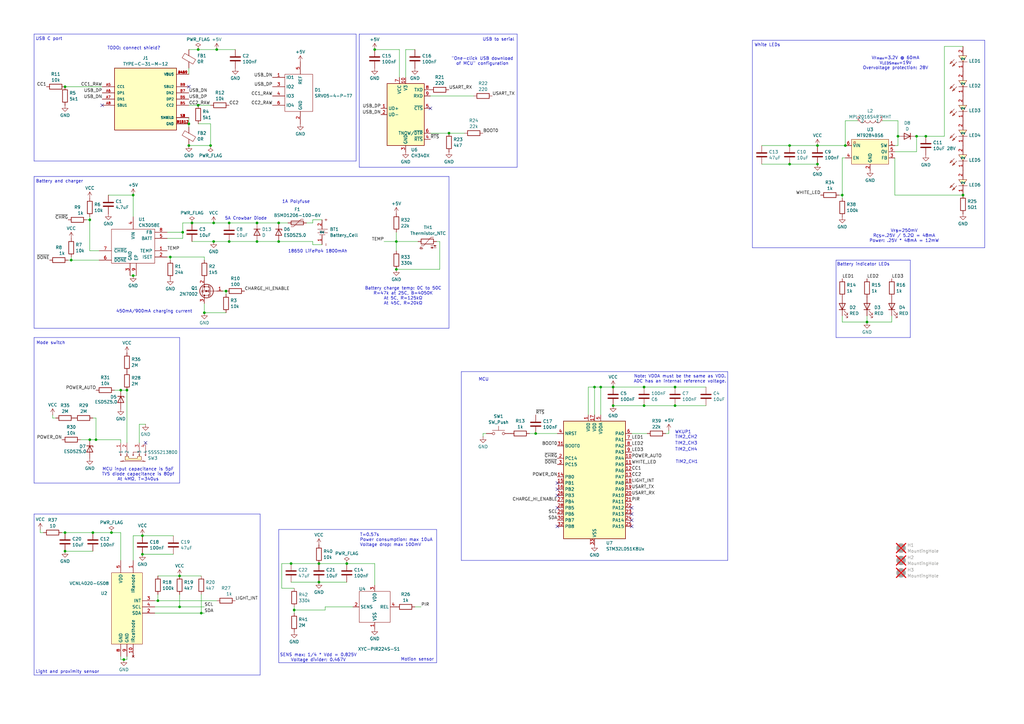
<source format=kicad_sch>
(kicad_sch (version 20231120) (generator "eeschema") (generator_version "8.0")
  (paper "A3")
  (junction (at 86.36 59.69))
  (junction (at 335.28 67.31))
  (junction (at 264.16 158.75))
  (junction (at 88.9 20.32))
  (junction (at 81.28 43.18))
  (junction (at 39.37 180.34))
  (junction (at 50.8 270.51))
  (junction (at 58.42 219.71))
  (junction (at 38.1 218.44))
  (junction (at 114.3 91.44))
  (junction (at 246.38 158.75))
  (junction (at 153.67 20.32))
  (junction (at 276.86 166.37))
  (junction (at 114.3 99.06))
  (junction (at 73.66 236.22))
  (junction (at 58.42 227.33))
  (junction (at 243.84 158.75))
  (junction (at 92.71 119.38))
  (junction (at 29.21 106.68))
  (junction (at 87.63 91.44))
  (junction (at 73.66 248.92))
  (junction (at 368.3 55.88))
  (junction (at 276.86 158.75))
  (junction (at 219.71 177.8))
  (junction (at 323.85 67.31))
  (junction (at 120.65 250.19))
  (junction (at 119.38 231.14))
  (junction (at 45.72 218.44))
  (junction (at 345.44 80.01))
  (junction (at 36.83 90.17))
  (junction (at 77.47 50.8))
  (junction (at 355.6 132.08))
  (junction (at 184.15 54.61))
  (junction (at 26.67 218.44))
  (junction (at 130.81 238.76))
  (junction (at 83.82 128.27))
  (junction (at 93.98 91.44))
  (junction (at 251.46 158.75))
  (junction (at 264.16 166.37))
  (junction (at 142.24 231.14))
  (junction (at 105.41 91.44))
  (junction (at 54.61 113.03))
  (junction (at 54.61 80.01))
  (junction (at 379.73 55.88))
  (junction (at 251.46 166.37))
  (junction (at 74.93 95.25))
  (junction (at 69.85 105.41))
  (junction (at 26.67 226.06))
  (junction (at 375.92 55.88))
  (junction (at 82.55 251.46))
  (junction (at 323.85 59.69))
  (junction (at 64.77 246.38))
  (junction (at 36.83 180.34))
  (junction (at 81.28 20.32))
  (junction (at 93.98 99.06))
  (junction (at 52.07 160.02))
  (junction (at 78.74 91.44))
  (junction (at 49.53 160.02))
  (junction (at 335.28 59.69))
  (junction (at 105.41 99.06))
  (junction (at 346.71 59.69))
  (junction (at 26.67 35.56))
  (junction (at 87.63 99.06))
  (junction (at 77.47 59.69))
  (junction (at 162.56 99.06))
  (junction (at 130.81 231.14))
  (junction (at 162.56 110.49))
  (junction (at 394.97 80.01))
  (no_connect (at 228.6 200.66))
  (no_connect (at 228.6 208.28))
  (no_connect (at 259.08 210.82))
  (no_connect (at 59.69 181.61))
  (no_connect (at 259.08 215.9))
  (no_connect (at 176.53 44.45))
  (no_connect (at 77.47 35.56))
  (no_connect (at 228.6 215.9))
  (no_connect (at 228.6 198.12))
  (no_connect (at 41.91 43.18))
  (no_connect (at 228.6 203.2))
  (no_connect (at 259.08 213.36))
  (no_connect (at 259.08 208.28))
  (wire (pts (xy 259.08 177.8) (xy 265.43 177.8)))
  (wire (pts (xy 73.66 248.92) (xy 83.82 248.92)))
  (wire (pts (xy 45.72 218.44) (xy 49.53 218.44)))
  (polyline (pts (xy 13.97 210.82) (xy 13.97 276.86)))
  (wire (pts (xy 198.12 177.8) (xy 198.12 179.07)))
  (wire (pts (xy 49.53 181.61) (xy 49.53 180.34)))
  (polyline (pts (xy 373.38 106.68) (xy 373.38 138.43)))
  (polyline (pts (xy 179.07 217.17) (xy 179.07 271.78)))
  (wire (pts (xy 63.5 246.38) (xy 64.77 246.38)))
  (wire (pts (xy 128.27 91.44) (xy 125.73 91.44)))
  (wire (pts (xy 68.58 97.79) (xy 74.93 97.79)))
  (wire (pts (xy 128.27 90.17) (xy 128.27 91.44)))
  (wire (pts (xy 264.16 166.37) (xy 276.86 166.37)))
  (wire (pts (xy 219.71 177.8) (xy 228.6 177.8)))
  (wire (pts (xy 74.93 97.79) (xy 74.93 95.25)))
  (wire (pts (xy 29.21 105.41) (xy 29.21 106.68)))
  (polyline (pts (xy 13.97 276.86) (xy 106.68 276.86)))
  (wire (pts (xy 133.35 248.92) (xy 133.35 250.19)))
  (polyline (pts (xy 114.3 217.17) (xy 114.3 271.78)))
  (wire (pts (xy 120.65 248.92) (xy 120.65 250.19)))
  (polyline (pts (xy 73.66 138.43) (xy 73.66 198.12)))
  (wire (pts (xy 64.77 246.38) (xy 88.9 246.38)))
  (wire (pts (xy 49.53 160.02) (xy 52.07 160.02)))
  (wire (pts (xy 68.58 105.41) (xy 69.85 105.41)))
  (wire (pts (xy 312.42 67.31) (xy 323.85 67.31)))
  (wire (pts (xy 38.1 171.45) (xy 39.37 171.45)))
  (wire (pts (xy 54.61 113.03) (xy 55.88 113.03)))
  (wire (pts (xy 276.86 166.37) (xy 289.56 166.37)))
  (wire (pts (xy 323.85 67.31) (xy 335.28 67.31)))
  (wire (pts (xy 78.74 91.44) (xy 87.63 91.44)))
  (wire (pts (xy 361.95 49.53) (xy 368.3 49.53)))
  (wire (pts (xy 105.41 99.06) (xy 114.3 99.06)))
  (polyline (pts (xy 106.68 276.86) (xy 106.68 210.82)))
  (wire (pts (xy 130.81 238.76) (xy 142.24 238.76)))
  (wire (pts (xy 81.28 43.18) (xy 86.36 43.18)))
  (wire (pts (xy 264.16 158.75) (xy 276.86 158.75)))
  (wire (pts (xy 162.56 99.06) (xy 171.45 99.06)))
  (wire (pts (xy 387.35 55.88) (xy 379.73 55.88)))
  (wire (pts (xy 367.03 80.01) (xy 394.97 80.01)))
  (wire (pts (xy 81.28 20.32) (xy 88.9 20.32)))
  (wire (pts (xy 16.51 217.17) (xy 16.51 218.44)))
  (wire (pts (xy 120.65 250.19) (xy 120.65 251.46)))
  (wire (pts (xy 176.53 39.37) (xy 194.31 39.37)))
  (wire (pts (xy 368.3 49.53) (xy 368.3 55.88)))
  (wire (pts (xy 36.83 90.17) (xy 36.83 88.9)))
  (wire (pts (xy 69.85 105.41) (xy 83.82 105.41)))
  (wire (pts (xy 83.82 128.27) (xy 92.71 128.27)))
  (wire (pts (xy 25.4 218.44) (xy 26.67 218.44)))
  (wire (pts (xy 119.38 231.14) (xy 130.81 231.14)))
  (wire (pts (xy 44.45 80.01) (xy 54.61 80.01)))
  (polyline (pts (xy 189.23 152.4) (xy 298.45 152.4)))
  (wire (pts (xy 59.69 173.99) (xy 57.15 173.99)))
  (wire (pts (xy 132.08 90.17) (xy 128.27 90.17)))
  (wire (pts (xy 387.35 19.05) (xy 387.35 55.88)))
  (wire (pts (xy 243.84 158.75) (xy 246.38 158.75)))
  (wire (pts (xy 243.84 170.18) (xy 243.84 158.75)))
  (wire (pts (xy 77.47 50.8) (xy 77.47 52.07)))
  (wire (pts (xy 63.5 248.92) (xy 73.66 248.92)))
  (wire (pts (xy 312.42 59.69) (xy 323.85 59.69)))
  (wire (pts (xy 52.07 160.02) (xy 52.07 181.61)))
  (polyline (pts (xy 13.97 138.43) (xy 73.66 138.43)))
  (polyline (pts (xy 147.32 13.97) (xy 212.09 13.97)))
  (wire (pts (xy 49.53 270.51) (xy 50.8 270.51)))
  (polyline (pts (xy 373.38 138.43) (xy 342.9 138.43)))
  (wire (pts (xy 246.38 158.75) (xy 251.46 158.75)))
  (wire (pts (xy 367.03 62.23) (xy 375.92 62.23)))
  (wire (pts (xy 93.98 91.44) (xy 105.41 91.44)))
  (wire (pts (xy 64.77 236.22) (xy 73.66 236.22)))
  (wire (pts (xy 387.35 19.05) (xy 394.97 19.05)))
  (polyline (pts (xy 13.97 66.04) (xy 146.05 66.04)))
  (wire (pts (xy 64.77 243.84) (xy 64.77 246.38)))
  (polyline (pts (xy 146.05 66.04) (xy 146.05 13.97)))
  (wire (pts (xy 114.3 91.44) (xy 118.11 91.44)))
  (wire (pts (xy 105.41 91.44) (xy 114.3 91.44)))
  (polyline (pts (xy 13.97 210.82) (xy 106.68 210.82)))
  (wire (pts (xy 355.6 132.08) (xy 365.76 132.08)))
  (wire (pts (xy 40.64 102.87) (xy 36.83 102.87)))
  (wire (pts (xy 21.59 171.45) (xy 21.59 170.18)))
  (wire (pts (xy 365.76 132.08) (xy 365.76 129.54)))
  (wire (pts (xy 345.44 80.01) (xy 345.44 81.28)))
  (wire (pts (xy 375.92 55.88) (xy 379.73 55.88)))
  (wire (pts (xy 162.56 110.49) (xy 180.34 110.49)))
  (wire (pts (xy 78.74 99.06) (xy 87.63 99.06)))
  (polyline (pts (xy 184.15 134.62) (xy 13.97 134.62)))
  (wire (pts (xy 289.56 158.75) (xy 276.86 158.75)))
  (wire (pts (xy 115.57 231.14) (xy 115.57 241.3)))
  (wire (pts (xy 74.93 91.44) (xy 78.74 91.44)))
  (wire (pts (xy 54.61 219.71) (xy 54.61 229.87)))
  (polyline (pts (xy 73.66 198.12) (xy 13.97 198.12)))
  (wire (pts (xy 77.47 48.26) (xy 77.47 50.8)))
  (wire (pts (xy 170.18 248.92) (xy 172.72 248.92)))
  (wire (pts (xy 29.21 106.68) (xy 40.64 106.68)))
  (polyline (pts (xy 298.45 152.4) (xy 298.45 229.87)))
  (wire (pts (xy 77.47 27.94) (xy 77.47 30.48)))
  (wire (pts (xy 114.3 99.06) (xy 128.27 99.06)))
  (polyline (pts (xy 212.09 13.97) (xy 212.09 68.58)))
  (wire (pts (xy 49.53 218.44) (xy 49.53 229.87)))
  (wire (pts (xy 274.32 176.53) (xy 274.32 177.8)))
  (wire (pts (xy 180.34 99.06) (xy 179.07 99.06)))
  (wire (pts (xy 166.37 31.75) (xy 166.37 20.32)))
  (wire (pts (xy 33.02 180.34) (xy 36.83 180.34)))
  (polyline (pts (xy 13.97 198.12) (xy 13.97 138.43)))
  (wire (pts (xy 91.44 119.38) (xy 92.71 119.38)))
  (wire (pts (xy 115.57 241.3) (xy 120.65 241.3)))
  (wire (pts (xy 52.07 269.24) (xy 52.07 270.51)))
  (wire (pts (xy 119.38 238.76) (xy 130.81 238.76)))
  (polyline (pts (xy 308.61 16.51) (xy 403.86 16.51)))
  (wire (pts (xy 153.67 20.32) (xy 163.83 20.32)))
  (wire (pts (xy 35.56 90.17) (xy 36.83 90.17)))
  (wire (pts (xy 345.44 64.77) (xy 346.71 64.77)))
  (wire (pts (xy 36.83 102.87) (xy 36.83 90.17)))
  (wire (pts (xy 86.36 59.69) (xy 77.47 59.69)))
  (wire (pts (xy 251.46 166.37) (xy 264.16 166.37)))
  (wire (pts (xy 335.28 59.69) (xy 346.71 59.69)))
  (wire (pts (xy 86.36 50.8) (xy 86.36 59.69)))
  (polyline (pts (xy 147.32 13.97) (xy 147.32 68.58)))
  (wire (pts (xy 26.67 218.44) (xy 38.1 218.44)))
  (wire (pts (xy 26.67 35.56) (xy 41.91 35.56)))
  (wire (pts (xy 87.63 99.06) (xy 93.98 99.06)))
  (wire (pts (xy 130.81 231.14) (xy 142.24 231.14)))
  (wire (pts (xy 157.48 99.06) (xy 162.56 99.06)))
  (wire (pts (xy 133.35 250.19) (xy 120.65 250.19)))
  (wire (pts (xy 88.9 20.32) (xy 96.52 20.32)))
  (wire (pts (xy 83.82 105.41) (xy 83.82 106.68)))
  (wire (pts (xy 180.34 110.49) (xy 180.34 99.06)))
  (wire (pts (xy 251.46 158.75) (xy 264.16 158.75)))
  (wire (pts (xy 73.66 243.84) (xy 73.66 248.92)))
  (wire (pts (xy 346.71 59.69) (xy 346.71 49.53)))
  (wire (pts (xy 217.17 177.8) (xy 219.71 177.8)))
  (wire (pts (xy 367.03 59.69) (xy 368.3 59.69)))
  (wire (pts (xy 22.86 171.45) (xy 21.59 171.45)))
  (wire (pts (xy 199.39 177.8) (xy 198.12 177.8)))
  (wire (pts (xy 119.38 231.14) (xy 115.57 231.14)))
  (wire (pts (xy 367.03 80.01) (xy 367.03 64.77)))
  (wire (pts (xy 153.67 231.14) (xy 153.67 240.03)))
  (wire (pts (xy 54.61 80.01) (xy 54.61 88.9)))
  (wire (pts (xy 36.83 180.34) (xy 39.37 180.34)))
  (wire (pts (xy 133.35 248.92) (xy 144.78 248.92)))
  (wire (pts (xy 73.66 236.22) (xy 82.55 236.22)))
  (wire (pts (xy 77.47 43.18) (xy 81.28 43.18)))
  (wire (pts (xy 344.17 80.01) (xy 345.44 80.01)))
  (polyline (pts (xy 298.45 229.87) (xy 189.23 229.87)))
  (wire (pts (xy 184.15 54.61) (xy 190.5 54.61)))
  (wire (pts (xy 46.99 160.02) (xy 49.53 160.02)))
  (wire (pts (xy 26.67 226.06) (xy 38.1 226.06)))
  (polyline (pts (xy 342.9 106.68) (xy 342.9 138.43)))
  (polyline (pts (xy 179.07 271.78) (xy 114.3 271.78)))
  (wire (pts (xy 243.84 158.75) (xy 241.3 158.75)))
  (wire (pts (xy 16.51 218.44) (xy 17.78 218.44)))
  (polyline (pts (xy 13.97 13.97) (xy 13.97 66.04)))
  (polyline (pts (xy 308.61 101.6) (xy 403.86 101.6)))
  (wire (pts (xy 71.12 219.71) (xy 58.42 219.71)))
  (wire (pts (xy 58.42 219.71) (xy 54.61 219.71)))
  (polyline (pts (xy 114.3 217.17) (xy 179.07 217.17)))
  (wire (pts (xy 274.32 177.8) (xy 273.05 177.8)))
  (wire (pts (xy 368.3 59.69) (xy 368.3 55.88)))
  (wire (pts (xy 142.24 231.14) (xy 153.67 231.14)))
  (polyline (pts (xy 184.15 72.39) (xy 184.15 134.62)))
  (wire (pts (xy 345.44 132.08) (xy 345.44 129.54)))
  (wire (pts (xy 323.85 59.69) (xy 335.28 59.69)))
  (polyline (pts (xy 212.09 68.58) (xy 147.32 68.58)))
  (wire (pts (xy 163.83 20.32) (xy 163.83 31.75)))
  (wire (pts (xy 375.92 62.23) (xy 375.92 55.88)))
  (wire (pts (xy 38.1 218.44) (xy 45.72 218.44)))
  (wire (pts (xy 176.53 54.61) (xy 184.15 54.61)))
  (wire (pts (xy 345.44 80.01) (xy 345.44 64.77)))
  (wire (pts (xy 63.5 251.46) (xy 82.55 251.46)))
  (wire (pts (xy 57.15 173.99) (xy 57.15 181.61)))
  (polyline (pts (xy 308.61 101.6) (xy 308.61 16.51)))
  (wire (pts (xy 87.63 91.44) (xy 93.98 91.44)))
  (wire (pts (xy 81.28 50.8) (xy 86.36 50.8)))
  (polyline (pts (xy 403.86 16.51) (xy 403.86 101.6)))
  (polyline (pts (xy 13.97 13.97) (xy 146.05 13.97)))
  (wire (pts (xy 93.98 99.06) (xy 105.41 99.06)))
  (wire (pts (xy 77.47 20.32) (xy 81.28 20.32)))
  (wire (pts (xy 49.53 269.24) (xy 49.53 270.51)))
  (wire (pts (xy 166.37 20.32) (xy 170.18 20.32)))
  (polyline (pts (xy 13.97 72.39) (xy 13.97 134.62)))
  (wire (pts (xy 58.42 227.33) (xy 71.12 227.33)))
  (wire (pts (xy 68.58 95.25) (xy 74.93 95.25)))
  (wire (pts (xy 162.56 99.06) (xy 162.56 102.87)))
  (wire (pts (xy 52.07 270.51) (xy 50.8 270.51)))
  (wire (pts (xy 39.37 171.45) (xy 39.37 180.34)))
  (wire (pts (xy 246.38 158.75) (xy 246.38 170.18)))
  (wire (pts (xy 92.71 119.38) (xy 92.71 120.65)))
  (wire (pts (xy 128.27 100.33) (xy 128.27 99.06)))
  (wire (pts (xy 27.94 106.68) (xy 29.21 106.68)))
  (wire (pts (xy 355.6 132.08) (xy 345.44 132.08)))
  (polyline (pts (xy 13.97 72.39) (xy 184.15 72.39)))
  (wire (pts (xy 241.3 158.75) (xy 241.3 170.18)))
  (wire (pts (xy 82.55 243.84) (xy 82.55 251.46)))
  (wire (pts (xy 39.37 180.34) (xy 49.53 180.34)))
  (wire (pts (xy 132.08 100.33) (xy 128.27 100.33)))
  (wire (pts (xy 162.56 95.25) (xy 162.56 99.06)))
  (wire (pts (xy 69.85 105.41) (xy 69.85 106.68)))
  (wire (pts (xy 53.34 113.03) (xy 54.61 113.03)))
  (polyline (pts (xy 342.9 106.68) (xy 373.38 106.68)))
  (wire (pts (xy 82.55 251.46) (xy 83.82 251.46)))
  (wire (pts (xy 83.82 128.27) (xy 83.82 124.46)))
  (wire (pts (xy 74.93 95.25) (xy 74.93 91.44)))
  (polyline (pts (xy 189.23 229.87) (xy 189.23 152.4)))
  (wire (pts (xy 355.6 129.54) (xy 355.6 132.08)))
  (wire (pts (xy 346.71 49.53) (xy 351.79 49.53)))
  (text "TIM2_CH1" (at 281.686 189.484 0) (effects (font (size 1.27 1.27))))
  (text "V_{FB}=250mV\nR_{CS}=.25V / 5.2Ω = 48mA\nPower: .25V * 48mA = 12mW" (at 370.84 96.774 0) (effects (font (size 1.27 1.27))))
  (text "Battery and charger" (at 24.384 74.422 0) (effects (font (size 1.27 1.27))))
  (text "V_{Fmax}=3.2V @ 60mA\nV_{LEDSmax}=19V\nOvervoltage protection: 28V" (at 367.284 25.908 0) (effects (font (size 1.27 1.27))))
  (text "White LEDs" (at 314.706 18.542 0) (effects (font (size 1.27 1.27))))
  (text "\"One-click USB download\nof MCU\" configuration" (at 197.866 25.146 0) (effects (font (size 1.27 1.27))))
  (text "USB C port" (at 20.066 16.002 0) (effects (font (size 1.27 1.27))))
  (text "TIM2_CH2" (at 281.432 179.324 0) (effects (font (size 1.27 1.27))))
  (text "Light and proximity sensor" (at 27.686 275.59 0) (effects (font (size 1.27 1.27))))
  (text "T=0.57s\nPower consumption: max 10uA\nVoltage drop: max 100mV" (at 147.574 221.488 0) (effects (font (size 1.27 1.27)) (justify left)))
  (text "TIM2_CH4" (at 281.432 184.404 0) (effects (font (size 1.27 1.27))))
  (text "Battery charge temp: 0C to 50C\nR=47k at 25C, B=4050K\nAt 5C, R=125kΩ\nAt 45C, R=20kΩ" (at 165.354 121.412 0) (effects (font (size 1.27 1.27))))
  (text "450mA/900mA charging current" (at 63.246 127.762 0) (effects (font (size 1.27 1.27))))
  (text "TODO: connect shield?" (at 54.864 19.812 0) (effects (font (size 1.27 1.27))))
  (text "5A Crowbar Diode" (at 100.838 89.662 0) (effects (font (size 1.27 1.27))))
  (text "18650 LiFePo4 1800mAh" (at 130.302 103.124 0) (effects (font (size 1.27 1.27))))
  (text "WKUP1" (at 280.162 177.292 0) (effects (font (size 1.27 1.27))))
  (text "TIM2_CH3" (at 281.432 181.864 0) (effects (font (size 1.27 1.27))))
  (text "1A Polyfuse" (at 121.412 82.804 0) (effects (font (size 1.27 1.27))))
  (text "Mode switch" (at 20.828 140.716 0) (effects (font (size 1.27 1.27))))
  (text "USB to serial" (at 204.47 16.256 0) (effects (font (size 1.27 1.27))))
  (text "SENS max: 1/4 * Vdd = 0.825V\nVoltage divider: 0.467V" (at 130.556 269.748 0) (effects (font (size 1.27 1.27))))
  (text "Note: VDDA must be the same as VDD.\nADC has an internal reference voltage." (at 278.892 155.448 0) (effects (font (size 1.27 1.27))))
  (text "Battery indicator LEDs" (at 354.076 108.458 0) (effects (font (size 1.27 1.27))))
  (text "MCU" (at 198.374 155.702 0) (effects (font (size 1.27 1.27))))
  (text "Motion sensor" (at 171.196 270.51 0) (effects (font (size 1.27 1.27))))
  (text "MCU input capacitance is 5pF\nTVS diode capacitance is 80pf\nAt 4MΩ, T=340us" (at 56.642 194.564 0) (effects (font (size 1.27 1.27))))
  (label "LED3" (at 259.08 185.42 0))
  (label "LED2" (at 355.6 114.3 0))
  (label "LIGHT_INT" (at 96.52 246.38 0))
  (label "CC1" (at 19.05 35.56 180))
  (label "SCL" (at 228.6 210.82 180))
  (label "CC1" (at 259.08 193.04 0))
  (label "TEMP" (at 157.48 99.06 180))
  (label "CHARGE_HI_ENABLE" (at 100.33 119.38 0))
  (label "USB_DP" (at 41.91 38.1 180))
  (label "PIR" (at 172.72 248.92 0))
  (label "CHARGE_HI_ENABLE" (at 228.6 205.74 180))
  (label "USART_TX" (at 201.93 39.37 0))
  (label "LED1" (at 259.08 180.34 0))
  (label "BOOT0" (at 228.6 182.88 180))
  (label "LIGHT_INT" (at 259.08 198.12 0))
  (label "WHITE_LED" (at 259.08 190.5 0))
  (label "TEMP" (at 68.58 102.87 0))
  (label "LED2" (at 259.08 182.88 0))
  (label "PIR" (at 259.08 205.74 0))
  (label "POWER_AUTO" (at 39.37 160.02 180))
  (label "SDA" (at 83.82 251.46 0))
  (label "~{DONE}" (at 20.32 106.68 180))
  (label "LED3" (at 365.76 114.3 0))
  (label "SDA" (at 228.6 213.36 180))
  (label "~{CHRG}" (at 27.94 90.17 180))
  (label "CC2_RAW" (at 77.47 43.18 0))
  (label "USB_DN" (at 111.76 31.75 180))
  (label "USB_DN" (at 156.21 46.99 180))
  (label "USB_DN" (at 41.91 40.64 180))
  (label "CC1_RAW" (at 111.76 39.37 180))
  (label "~{CHRG}" (at 228.6 187.96 180))
  (label "USB_DN" (at 77.47 38.1 0))
  (label "~{DONE}" (at 228.6 190.5 180))
  (label "CC2" (at 259.08 195.58 0))
  (label "~{RTS}" (at 176.53 57.15 0))
  (label "POWER_AUTO" (at 259.08 187.96 0))
  (label "USB_DP" (at 77.47 40.64 0))
  (label "USART_TX" (at 259.08 200.66 0))
  (label "LED1" (at 345.44 114.3 0))
  (label "WHITE_LED" (at 336.55 80.01 180))
  (label "CC2" (at 93.98 43.18 0))
  (label "BOOT0" (at 198.12 54.61 0))
  (label "CC1_RAW" (at 41.91 35.56 180))
  (label "USB_DP" (at 111.76 35.56 180))
  (label "USART_RX" (at 259.08 203.2 0))
  (label "~{RTS}" (at 219.71 170.18 0))
  (label "POWER_ON" (at 228.6 195.58 180))
  (label "USART_RX" (at 184.15 36.83 0))
  (label "SCL" (at 83.82 248.92 0))
  (label "CC2_RAW" (at 111.76 43.18 180))
  (label "USB_DP" (at 156.21 44.45 180))
  (label "POWER_ON" (at 25.4 180.34 180))
  (symbol (lib_id "Device:C") (at 78.74 95.25 0) (unit 1)
    (property "Reference" "C3" (at 81.661 94.0378 0) (effects (justify left)))
    (property "Value" "10uF" (at 81.661 96.4621 0) (effects (justify left)))
    (property "Footprint" "Capacitor_SMD:C_0603_1608Metric" (effects (hide yes)))
    (property "Description" "Unpolarized capacitor" (effects (hide yes)))
    (property "LCSC" "C96446" (effects (hide yes)))
  )
  (symbol (lib_id "power:GND") (at 153.67 257.81 0) (unit 1)
    (property "Reference" "#PWR023" (effects (hide yes)))
    (property "Value" "GND" (at 153.67 261.9431 0))
    (property "Description" "Power symbol creates a global label with name \"GND\" , ground" (effects (hide yes)))
  )
  (symbol (lib_id "Device:C") (at 142.24 234.95 0) (unit 1)
    (property "Reference" "C14" (at 145.161 233.7378 0) (effects (justify left)))
    (property "Value" "100nF" (at 145.161 236.1621 0) (effects (justify left)))
    (property "Footprint" "Capacitor_SMD:C_0402_1005Metric" (effects (hide yes)))
    (property "Description" "Unpolarized capacitor" (effects (hide yes)))
    (property "LCSC" "C307331" (effects (hide yes)))
  )
  (symbol (lib_id "Homebrew:MPL2016S4R7MHT") (at 356.87 49.53 180) (unit 1)
    (property "Reference" "L2" (at 356.87 45.4925 0))
    (property "Value" "MPL2016S4R7MHT" (at 356.87 47.9168 0))
    (property "Footprint" "Homebrew:L0806" (effects (hide yes)))
    (property "Datasheet" "https://lcsc.com/product-detail/Inductors-SMD_4-7uH-20_C98335.html" (effects (hide yes)))
    (property "LCSC Part" "C98335" (effects (hide yes)))
    (property "LCSC" "C98335" (effects (hide yes)))
  )
  (symbol (lib_id "power:GND") (at 355.6 132.08 0) (unit 1)
    (property "Reference" "#PWR019" (effects (hide yes)))
    (property "Value" "GND" (at 355.6 136.2131 0))
    (property "Description" "Power symbol creates a global label with name \"GND\" , ground" (effects (hide yes)))
  )
  (symbol (lib_id "Device:R") (at 120.65 255.27 0) (unit 1)
    (property "Reference" "R41" (at 122.428 254.0578 0) (effects (justify left)))
    (property "Value" "2M" (at 122.428 256.4821 0) (effects (justify left)))
    (property "Footprint" "Resistor_SMD:R_0603_1608Metric" (effects (hide yes)))
    (property "Description" "Resistor" (effects (hide yes)))
    (property "LCSC" "C22976" (effects (hide yes)))
  )
  (symbol (lib_id "power:GND") (at 170.18 27.94 0) (unit 1)
    (property "Reference" "#PWR033" (effects (hide yes)))
    (property "Value" "GND" (at 170.18 32.0731 0))
    (property "Description" "Power symbol creates a global label with name \"GND\" , ground" (effects (hide yes)))
  )
  (symbol (lib_id "power:GND") (at 50.8 270.51 0) (unit 1)
    (property "Reference" "#PWR044" (effects (hide yes)))
    (property "Value" "GND" (at 50.8 274.6431 0))
    (property "Description" "Power symbol creates a global label with name \"GND\" , ground" (effects (hide yes)))
  )
  (symbol (lib_id "Device:R") (at 92.71 124.46 0) (unit 1)
    (property "Reference" "R3" (at 94.488 123.2478 0) (effects (justify left)))
    (property "Value" "10k" (at 94.488 125.6721 0) (effects (justify left)))
    (property "Footprint" "Resistor_SMD:R_0402_1005Metric" (effects (hide yes)))
    (property "Description" "Resistor" (effects (hide yes)))
    (property "LCSC" "C25744" (effects (hide yes)))
  )
  (symbol (lib_id "Device:R") (at 96.52 119.38 90) (unit 1)
    (property "Reference" "R10" (at 96.52 114.2195 90))
    (property "Value" "100" (at 96.52 116.6438 90))
    (property "Footprint" "Resistor_SMD:R_0402_1005Metric" (effects (hide yes)))
    (property "Description" "Resistor" (effects (hide yes)))
    (property "LCSC" "C25076" (effects (hide yes)))
  )
  (symbol (lib_id "Device:C") (at 26.67 222.25 0) (unit 1)
    (property "Reference" "C20" (at 29.591 221.0378 0) (effects (justify left)))
    (property "Value" "10uF" (at 29.591 223.4621 0) (effects (justify left)))
    (property "Footprint" "Capacitor_SMD:C_0603_1608Metric" (effects (hide yes)))
    (property "Description" "Unpolarized capacitor" (effects (hide yes)))
    (property "LCSC" "C96446" (effects (hide yes)))
  )
  (symbol (lib_id "Device:R") (at 69.85 110.49 0) (unit 1)
    (property "Reference" "R1" (at 71.628 109.2778 0) (effects (justify left)))
    (property "Value" "24k" (at 71.628 111.7021 0) (effects (justify left)))
    (property "Footprint" "Resistor_SMD:R_0603_1608Metric" (effects (hide yes)))
    (property "Description" "Resistor" (effects (hide yes)))
    (property "LCSC" "C23352" (effects (hide yes)))
  )
  (symbol (lib_id "Device:R") (at 52.07 156.21 0) (unit 1)
    (property "Reference" "R28" (at 53.848 154.9978 0) (effects (justify left)))
    (property "Value" "2M" (at 53.848 157.4221 0) (effects (justify left)))
    (property "Footprint" "Resistor_SMD:R_0603_1608Metric" (effects (hide yes)))
    (property "Description" "Resistor" (effects (hide yes)))
    (property "LCSC" "C22976" (effects (hide yes)))
  )
  (symbol (lib_id "Device:C") (at 93.98 95.25 0) (unit 1)
    (property "Reference" "C8" (at 96.901 94.0378 0) (effects (justify left)))
    (property "Value" "10uF" (at 96.901 96.4621 0) (effects (justify left)))
    (property "Footprint" "Capacitor_SMD:C_0603_1608Metric" (effects (hide yes)))
    (property "Description" "Unpolarized capacitor" (effects (hide yes)))
    (property "LCSC" "C96446" (effects (hide yes)))
  )
  (symbol (lib_id "Device:R") (at 162.56 91.44 0) (unit 1)
    (property "Reference" "R32" (at 164.338 90.2278 0) (effects (justify left)))
    (property "Value" "22k" (at 164.338 92.6521 0) (effects (justify left)))
    (property "Footprint" "Resistor_SMD:R_0402_1005Metric" (effects (hide yes)))
    (property "Description" "Resistor" (effects (hide yes)))
    (property "LCSC" "C25768" (effects (hide yes)))
  )
  (symbol (lib_id "Device:R") (at 130.81 227.33 0) (unit 1)
    (property "Reference" "R40" (at 132.588 226.1178 0) (effects (justify left)))
    (property "Value" "10k" (at 132.588 228.5421 0) (effects (justify left)))
    (property "Footprint" "Resistor_SMD:R_0603_1608Metric_Pad0.98x0.95mm_HandSolder" (effects (hide yes)))
    (property "Description" "Resistor" (effects (hide yes)))
    (property "LCSC" "C25804" (effects (hide yes)))
  )
  (symbol (lib_id "power:GND") (at 198.12 179.07 0) (unit 1)
    (property "Reference" "#PWR016" (effects (hide yes)))
    (property "Value" "GND" (at 198.12 183.2031 0))
    (property "Description" "Power symbol creates a global label with name \"GND\" , ground" (effects (hide yes)))
  )
  (symbol (lib_id "Diode:ESD5Zxx") (at 36.83 184.15 270) (unit 1)
    (property "Reference" "D7" (at 32.512 183.134 90) (effects (justify left)))
    (property "Value" "ESD5Z5.0" (at 26.162 185.166 90) (effects (justify left)))
    (property "Footprint" "Diode_SMD:D_SOD-523" (effects (hide yes)))
    (property "Datasheet" "https://www.onsemi.com/pdf/datasheet/esd5z2.5t1-d.pdf" (effects (hide yes)))
    (property "Description" "ESD Protection Diode, SOD-523" (effects (hide yes)))
    (property "LCSC" "C5199848" (effects (hide yes)))
  )
  (symbol (lib_id "power:GND") (at 379.73 63.5 0) (unit 1)
    (property "Reference" "#PWR048" (effects (hide yes)))
    (property "Value" "GND" (at 379.73 67.6331 0))
    (property "Description" "Power symbol creates a global label with name \"GND\" , ground" (effects (hide yes)))
  )
  (symbol (lib_id "Device:R") (at 355.6 118.11 180) (unit 1)
    (property "Reference" "R15" (at 357.378 116.8978 0) (effects (justify right)))
    (property "Value" "1k" (at 357.378 119.3221 0) (effects (justify right)))
    (property "Footprint" "Resistor_SMD:R_0402_1005Metric" (effects (hide yes)))
    (property "Description" "Resistor" (effects (hide yes)))
    (property "LCSC" "C11702" (effects (hide yes)))
  )
  (symbol (lib_id "Mechanical:MountingHole") (at 369.57 224.79 0) (unit 1) (exclude_from_sim yes) (in_bom no) (dnp yes)
    (property "Reference" "H1" (at 372.11 223.5778 0) (effects (justify left)))
    (property "Value" "MountingHole" (at 372.11 226.0021 0) (effects (justify left)))
    (property "Footprint" "MountingHole:MountingHole_3.2mm_M3_ISO7380" (effects (hide yes)))
    (property "Description" "Mounting Hole without connection" (effects (hide yes)))
  )
  (symbol (lib_id "power:GND") (at 356.87 69.85 0) (unit 1)
    (property "Reference" "#PWR022" (effects (hide yes)))
    (property "Value" "GND" (at 356.87 73.9831 0))
    (property "Description" "Power symbol creates a global label with name \"GND\" , ground" (effects (hide yes)))
  )
  (symbol (lib_id "Interface_USB:CH340X") (at 166.37 46.99 0) (unit 1)
    (property "Reference" "U6" (at 168.5641 61.4101 0) (effects (justify left)))
    (property "Value" "CH340X" (at 168.5641 63.8344 0) (effects (justify left)))
    (property "Footprint" "Package_SO:MSOP-10_3x3mm_P0.5mm" (effects (hide yes)))
    (property "Datasheet" "https://cdn.sparkfun.com/assets/5/0/a/8/5/CH340DS1.PDF" (effects (hide yes)))
    (property "Description" "USB serial converter, 5V-tolerant IO, UART, MSOP-10" (effects (hide yes)))
    (property "LCSC" "C3035748" (effects (hide yes)))
  )
  (symbol (lib_id "power:VCC") (at 36.83 81.28 0) (unit 1)
    (property "Reference" "#PWR013" (effects (hide yes)))
    (property "Value" "VCC" (at 36.83 77.1469 0))
    (property "Description" "Power symbol creates a global label with name \"VCC\"" (effects (hide yes)))
  )
  (symbol (lib_id "Device:C") (at 251.46 162.56 0) (unit 1)
    (property "Reference" "C5" (at 254.381 161.3478 0) (effects (justify left)))
    (property "Value" "100nF" (at 254.381 163.7721 0) (effects (justify left)))
    (property "Footprint" "Capacitor_SMD:C_0402_1005Metric" (effects (hide yes)))
    (property "Description" "Unpolarized capacitor" (effects (hide yes)))
    (property "LCSC" "C307331" (effects (hide yes)))
  )
  (symbol (lib_id "Device:R") (at 90.17 43.18 90) (unit 1)
    (property "Reference" "R12" (at 90.17 38.0195 90))
    (property "Value" "10k" (at 90.17 40.4438 90))
    (property "Footprint" "Resistor_SMD:R_0402_1005Metric" (effects (hide yes)))
    (property "Description" "Resistor" (effects (hide yes)))
    (property "LCSC" "C25744" (effects (hide yes)))
  )
  (symbol (lib_id "Diode:ESD5Zxx") (at 49.53 163.83 270) (unit 1)
    (property "Reference" "D5" (at 45.212 162.814 90) (effects (justify left)))
    (property "Value" "ESD5Z5.0" (at 38.862 164.846 90) (effects (justify left)))
    (property "Footprint" "Diode_SMD:D_SOD-523" (effects (hide yes)))
    (property "Datasheet" "https://www.onsemi.com/pdf/datasheet/esd5z2.5t1-d.pdf" (effects (hide yes)))
    (property "Description" "ESD Protection Diode, SOD-523" (effects (hide yes)))
    (property "LCSC" "C5199848" (effects (hide yes)))
  )
  (symbol (lib_id "Device:R") (at 31.75 90.17 90) (unit 1)
    (property "Reference" "R9" (at 31.75 85.0095 90))
    (property "Value" "1k" (at 33.02 87.376 90))
    (property "Footprint" "Resistor_SMD:R_0402_1005Metric" (effects (hide yes)))
    (property "Description" "Resistor" (effects (hide yes)))
    (property "LCSC" "C11702" (effects (hide yes)))
  )
  (symbol (lib_id "Diode:ESD5Zxx") (at 114.3 95.25 270) (unit 1)
    (property "Reference" "D6" (at 116.332 94.0378 90) (effects (justify left)))
    (property "Value" "ESD5Z5.0" (at 116.332 96.4621 90) (effects (justify left)))
    (property "Footprint" "Diode_SMD:D_SOD-523" (effects (hide yes)))
    (property "Datasheet" "https://www.onsemi.com/pdf/datasheet/esd5z2.5t1-d.pdf" (effects (hide yes)))
    (property "Description" "ESD Protection Diode, SOD-523" (effects (hide yes)))
    (property "LCSC" "C5199848" (effects (hide yes)))
  )
  (symbol (lib_id "Device:R") (at 29.21 180.34 270) (unit 1)
    (property "Reference" "R30" (at 29.21 175.1795 90))
    (property "Value" "10k" (at 29.21 177.6038 90))
    (property "Footprint" "Resistor_SMD:R_0402_1005Metric" (effects (hide yes)))
    (property "Description" "Resistor" (effects (hide yes)))
    (property "LCSC" "C25744" (effects (hide yes)))
  )
  (symbol (lib_id "Device:LED") (at 355.6 125.73 90) (unit 1)
    (property "Reference" "D3" (at 358.521 126.1053 90) (effects (justify right)))
    (property "Value" "RED" (at 358.521 128.5296 90) (effects (justify right)))
    (property "Footprint" "LED_SMD:LED_0603_1608Metric" (effects (hide yes)))
    (property "Description" "Light emitting diode" (effects (hide yes)))
    (property "LCSC" "C2286" (effects (hide yes)))
  )
  (symbol (lib_id "power:+5V") (at 54.61 80.01 0) (unit 1)
    (property "Reference" "#PWR07" (effects (hide yes)))
    (property "Value" "+5V" (at 54.61 75.8769 0))
    (property "Description" "Power symbol creates a global label with name \"+5V\"" (effects (hide yes)))
  )
  (symbol (lib_id "power:GND") (at 123.19 50.8 0) (unit 1)
    (property "Reference" "#PWR015" (effects (hide yes)))
    (property "Value" "GND" (at 123.19 54.9331 0))
    (property "Description" "Power symbol creates a global label with name \"GND\" , ground" (effects (hide yes)))
  )
  (symbol (lib_id "Device:Polyfuse") (at 121.92 91.44 90) (unit 1)
    (property "Reference" "F1" (at 121.92 85.8985 90))
    (property "Value" "BSMD1206-100-6V" (at 121.92 88.3228 90))
    (property "Footprint" "Fuse:Fuse_1206_3216Metric" (effects (hide yes)))
    (property "Datasheet" "https://wmsc.lcsc.com/wmsc/upload/file/pdf/v2/lcsc/2305121423_BHFUSE-BSMD1206-100-6V_C883129.pdf" (effects (hide yes)))
    (property "Description" "Resettable fuse, polymeric positive temperature coefficient" (effects (hide yes)))
    (property "LCSC" "C883129" (effects (hide yes)))
  )
  (symbol (lib_id "power:PWR_FLAG") (at 142.24 231.14 0) (unit 1)
    (property "Reference" "#FLG05" (effects (hide yes)))
    (property "Value" "PWR_FLAG" (at 142.24 227.0069 0))
    (property "Description" "Special symbol for telling ERC where power comes from" (effects (hide yes)))
  )
  (symbol (lib_id "Device:R") (at 345.44 85.09 0) (unit 1)
    (property "Reference" "R38" (at 347.218 83.8778 0) (effects (justify left)))
    (property "Value" "100k" (at 347.218 86.3021 0) (effects (justify left)))
    (property "Footprint" "Resistor_SMD:R_0402_1005Metric" (effects (hide yes)))
    (property "Description" "Resistor" (effects (hide yes)))
    (property "LCSC" "C25741" (effects (hide yes)))
  )
  (symbol (lib_id "Device:R") (at 73.66 240.03 0) (unit 1)
    (property "Reference" "R19" (at 75.438 238.8178 0) (effects (justify left)))
    (property "Value" "4k7" (at 75.438 241.2421 0) (effects (justify left)))
    (property "Footprint" "Resistor_SMD:R_0402_1005Metric" (effects (hide yes)))
    (property "Description" "Resistor" (effects (hide yes)))
    (property "LCSC" "C25900" (effects (hide yes)))
  )
  (symbol (lib_id "Device:C") (at 289.56 162.56 0) (unit 1)
    (property "Reference" "C4" (at 292.481 161.3478 0) (effects (justify left)))
    (property "Value" "10uF" (at 292.481 163.7721 0) (effects (justify left)))
    (property "Footprint" "Capacitor_SMD:C_0603_1608Metric" (effects (hide yes)))
    (property "Description" "Unpolarized capacitor" (effects (hide yes)))
    (property "LCSC" "C96446" (effects (hide yes)))
  )
  (symbol (lib_id "power:GND") (at 335.28 67.31 0) (unit 1)
    (property "Reference" "#PWR049" (effects (hide yes)))
    (property "Value" "GND" (at 335.28 71.4431 0))
    (property "Description" "Power symbol creates a global label with name \"GND\" , ground" (effects (hide yes)))
  )
  (symbol (lib_id "Device:C") (at 44.45 83.82 0) (unit 1)
    (property "Reference" "C1" (at 47.371 82.6078 0) (effects (justify left)))
    (property "Value" "4.7uF" (at 47.371 85.0321 0) (effects (justify left)))
    (property "Footprint" "Capacitor_SMD:C_0603_1608Metric" (effects (hide yes)))
    (property "Description" "Unpolarized capacitor" (effects (hide yes)))
    (property "LCSC" "C19666" (effects (hide yes)))
  )
  (symbol (lib_id "power:GND") (at 166.37 62.23 0) (unit 1)
    (property "Reference" "#PWR030" (effects (hide yes)))
    (property "Value" "GND" (at 166.37 66.3631 0))
    (property "Description" "Power symbol creates a global label with name \"GND\" , ground" (effects (hide yes)))
  )
  (symbol (lib_id "power:GND") (at 54.61 113.03 0) (unit 1)
    (property "Reference" "#PWR03" (effects (hide yes)))
    (property "Value" "GND" (at 54.61 117.1631 0))
    (property "Description" "Power symbol creates a global label with name \"GND\" , ground" (effects (hide yes)))
  )
  (symbol (lib_id "Homebrew:HL-AM-2835H421W-S1-08-HR3") (at 394.97 24.13 90) (unit 1)
    (property "Reference" "LED1" (at 397.385 25.02 90) (effects (justify right)))
    (property "Value" "HL-AM-2835H421W-S1-08-HR3" (effects (hide yes)))
    (property "Footprint" "Homebrew:LED-SMD_L3.3-W2.8-RD" (effects (hide yes)))
    (property "Datasheet" "https://lcsc.com/product-detail/Light-Emitting-Diodes-LED_Hongli-Zhihui-HONGLITRONIC-HL-AM-2835H421W-S1-08-HR3-Color-temperature2800-3100K_C210315.html" (effects (hide yes)))
    (property "LCSC Part" "C210315" (effects (hide yes)))
    (property "LCSC" "C210315" (effects (hide yes)))
  )
  (symbol (lib_id "Device:R") (at 26.67 39.37 0) (unit 1)
    (property "Reference" "R5" (at 28.448 38.1578 0) (effects (justify left)))
    (property "Value" "5k1" (at 28.448 40.5821 0) (effects (justify left)))
    (property "Footprint" "Resistor_SMD:R_0402_1005Metric" (effects (hide yes)))
    (property "Description" "Resistor" (effects (hide yes)))
    (property "LCSC" "C25905" (effects (hide yes)))
  )
  (symbol (lib_id "Device:R") (at 29.21 101.6 0) (unit 1)
    (property "Reference" "R7" (at 30.988 100.3878 0) (effects (justify left)))
    (property "Value" "10k" (at 30.988 102.8121 0) (effects (justify left)))
    (property "Footprint" "Resistor_SMD:R_0402_1005Metric" (effects (hide yes)))
    (property "Description" "Resistor" (effects (hide yes)))
    (property "LCSC" "C25744" (effects (hide yes)))
  )
  (symbol (lib_id "Device:R") (at 82.55 240.03 0) (unit 1)
    (property "Reference" "R20" (at 84.328 238.8178 0) (effects (justify left)))
    (property "Value" "4k7" (at 84.328 241.2421 0) (effects (justify left)))
    (property "Footprint" "Resistor_SMD:R_0402_1005Metric" (effects (hide yes)))
    (property "Description" "Resistor" (effects (hide yes)))
    (property "LCSC" "C25900" (effects (hide yes)))
  )
  (symbol (lib_id "Homebrew:SRV05-4-P-T7") (at 123.19 36.83 0) (unit 1)
    (property "Reference" "D1" (at 128.9812 36.8878 0) (effects (justify left)))
    (property "Value" "SRV05-4-P-T7" (at 128.9812 39.3121 0) (effects (justify left)))
    (property "Footprint" "Package_TO_SOT_SMD:SOT-23-6" (effects (hide yes)))
    (property "Datasheet" "https://datasheet.lcsc.com/lcsc/1809192313_ProTek-Devices-SRV05-4-P-T7_C85364.pdf" (effects (hide yes)))
    (property "Description" "4-channel TVS diode with powerline protection, for USB" (effects (hide yes)))
    (property "LCSC" "C85364" (effects (hide yes)))
  )
  (symbol (lib_id "power:GND") (at 69.85 114.3 0) (unit 1)
    (property "Reference" "#PWR02" (effects (hide yes)))
    (property "Value" "GND" (at 69.85 118.4331 0))
    (property "Description" "Power symbol creates a global label with name \"GND\" , ground" (effects (hide yes)))
  )
  (symbol (lib_id "power:GND") (at 184.15 62.23 0) (unit 1)
    (property "Reference" "#PWR034" (effects (hide yes)))
    (property "Value" "GND" (at 184.15 66.3631 0))
    (property "Description" "Power symbol creates a global label with name \"GND\" , ground" (effects (hide yes)))
  )
  (symbol (lib_id "Device:C") (at 312.42 63.5 180) (unit 1)
    (property "Reference" "C13" (at 315.341 62.2878 0) (effects (justify right)))
    (property "Value" "47uF" (at 315.341 64.7121 0) (effects (justify right)))
    (property "Footprint" "Capacitor_SMD:C_1206_3216Metric" (effects (hide yes)))
    (property "Description" "Unpolarized capacitor" (effects (hide yes)))
    (property "LCSC" "C96123" (effects (hide yes)))
  )
  (symbol (lib_id "Device:R") (at 180.34 36.83 90) (unit 1)
    (property "Reference" "R21" (at 180.34 31.6695 90))
    (property "Value" "220" (at 180.34 34.0938 90))
    (property "Footprint" "Resistor_SMD:R_0402_1005Metric" (effects (hide yes)))
    (property "Description" "Resistor" (effects (hide yes)))
    (property "LCSC" "C25091" (effects (hide yes)))
  )
  (symbol (lib_id "Device:R") (at 269.24 177.8 90) (unit 1)
    (property "Reference" "R39" (at 269.24 172.6395 90))
    (property "Value" "22k" (at 269.24 175.0638 90))
    (property "Footprint" "Resistor_SMD:R_0402_1005Metric" (effects (hide yes)))
    (property "Description" "Resistor" (effects (hide yes)))
    (property "LCSC" "C25768" (effects (hide yes)))
  )
  (symbol (lib_id "Device:R") (at 213.36 177.8 90) (unit 1)
    (property "Reference" "R13" (at 213.36 172.6395 90))
    (property "Value" "1k" (at 213.36 175.0638 90))
    (property "Footprint" "Resistor_SMD:R_0402_1005Metric" (effects (hide yes)))
    (property "Description" "Resistor" (effects (hide yes)))
    (property "LCSC" "C11702" (effects (hide yes)))
  )
  (symbol (lib_id "Device:R") (at 22.86 35.56 90) (unit 1)
    (property "Reference" "R11" (at 22.86 30.3995 90))
    (property "Value" "10k" (at 22.86 32.8238 90))
    (property "Footprint" "Resistor_SMD:R_0402_1005Metric" (effects (hide yes)))
    (property "Description" "Resistor" (effects (hide yes)))
    (property "LCSC" "C25744" (effects (hide yes)))
  )
  (symbol (lib_id "Homebrew:XYC-PIR224S-S1") (at 153.67 248.92 0) (unit 1)
    (property "Reference" "U4" (at 148.59 241.554 0))
    (property "Value" "XYC-PIR224S-S1" (at 155.448 266.192 0))
    (property "Footprint" "Homebrew:TO-5-4_BD9.2-P2.54_XYC-PIR224D-D0" (effects (hide yes)))
    (property "LCSC Part" "C6081347" (effects (hide yes)))
  )
  (symbol (lib_id "power:GND") (at 83.82 128.27 0) (unit 1)
    (property "Reference" "#PWR04" (effects (hide yes)))
    (property "Value" "GND" (at 83.82 132.4031 0))
    (property "Description" "Power symbol creates a global label with name \"GND\" , ground" (effects (hide yes)))
  )
  (symbol (lib_id "Device:C") (at 264.16 162.56 0) (mirror x) (unit 1)
    (property "Reference" "C6" (at 267.081 163.7722 0) (effects (justify left)))
    (property "Value" "100nF" (at 267.081 161.3479 0) (effects (justify left)))
    (property "Footprint" "Capacitor_SMD:C_0402_1005Metric" (effects (hide yes)))
    (property "Description" "Unpolarized capacitor" (effects (hide yes)))
    (property "LCSC" "C307331" (effects (hide yes)))
  )
  (symbol (lib_id "power:VCC") (at 73.66 236.22 0) (unit 1)
    (property "Reference" "#PWR027" (effects (hide yes)))
    (property "Value" "VCC" (at 73.66 232.0869 0))
    (property "Description" "Power symbol creates a global label with name \"VCC\"" (effects (hide yes)))
  )
  (symbol (lib_id "Device:R") (at 92.71 246.38 90) (unit 1)
    (property "Reference" "R27" (at 92.71 241.2195 90))
    (property "Value" "1k" (at 93.98 243.586 90))
    (property "Footprint" "Resistor_SMD:R_0402_1005Metric" (effects (hide yes)))
    (property "Description" "Resistor" (effects (hide yes)))
    (property "LCSC" "C11702" (effects (hide yes)))
  )
  (symbol (lib_id "Mechanical:MountingHole") (at 369.57 229.87 0) (unit 1) (exclude_from_sim yes) (in_bom no) (dnp yes)
    (property "Reference" "H2" (at 372.11 228.6578 0) (effects (justify left)))
    (property "Value" "MountingHole" (at 372.11 231.0821 0) (effects (justify left)))
    (property "Footprint" "MountingHole:MountingHole_3.2mm_M3_ISO7380" (effects (hide yes)))
    (property "Description" "Mounting Hole without connection" (effects (hide yes)))
  )
  (symbol (lib_id "power:VCC") (at 52.07 144.78 0) (unit 1)
    (property "Reference" "#PWR040" (effects (hide yes)))
    (property "Value" "VCC" (at 52.07 140.6469 0))
    (property "Description" "Power symbol creates a global label with name \"VCC\"" (effects (hide yes)))
  )
  (symbol (lib_id "Device:C") (at 323.85 63.5 0) (unit 1)
    (property "Reference" "C10" (at 326.771 62.2878 0) (effects (justify left)))
    (property "Value" "10uF" (at 326.771 64.7121 0) (effects (justify left)))
    (property "Footprint" "Capacitor_SMD:C_0603_1608Metric" (effects (hide yes)))
    (property "Description" "Unpolarized capacitor" (effects (hide yes)))
    (property "LCSC" "C96446" (effects (hide yes)))
  )
  (symbol (lib_id "Homebrew:VCNL4020-GS08") (at 50.8 254 0) (unit 1)
    (property "Reference" "U2" (at 42.672 243.332 0))
    (property "Value" "VCNL4020-GS08" (at 36.576 239.268 0))
    (property "Footprint" "Homebrew:SENSOR-SMD_VCNL4020-GS08" (effects (hide yes)))
    (property "Datasheet" "https://lcsc.com/product-detail/Ambient-Light-Sensors_Vishay-Intertech-VCNL4020-GS08_C511034.html" (effects (hide yes)))
    (property "LCSC Part" "C511034" (effects (hide yes)))
    (property "LCSC" "C511034" (effects (hide yes)))
  )
  (symbol (lib_id "power:GND") (at 44.45 87.63 0) (unit 1)
    (property "Reference" "#PWR08" (effects (hide yes)))
    (property "Value" "GND" (at 44.45 91.7631 0))
    (property "Description" "Power symbol creates a global label with name \"GND\" , ground" (effects (hide yes)))
  )
  (symbol (lib_id "Homebrew:HL-AM-2835H421W-S1-08-HR3") (at 394.97 34.29 90) (unit 1)
    (property "Reference" "LED2" (at 397.385 35.18 90) (effects (justify right)))
    (property "Value" "HL-AM-2835H421W-S1-08-HR3" (effects (hide yes)))
    (property "Footprint" "Homebrew:LED-SMD_L3.3-W2.8-RD" (effects (hide yes)))
    (property "Datasheet" "https://lcsc.com/product-detail/Light-Emitting-Diodes-LED_Hongli-Zhihui-HONGLITRONIC-HL-AM-2835H421W-S1-08-HR3-Color-temperature2800-3100K_C210315.html" (effects (hide yes)))
    (property "LCSC Part" "C210315" (effects (hide yes)))
    (property "LCSC" "C210315" (effects (hide yes)))
  )
  (symbol (lib_id "Homebrew:HL-AM-2835H421W-S1-08-HR3") (at 394.97 64.77 90) (unit 1)
    (property "Reference" "LED5" (at 397.385 65.66 90) (effects (justify right)))
    (property "Value" "HL-AM-2835H421W-S1-08-HR3" (effects (hide yes)))
    (property "Footprint" "Homebrew:LED-SMD_L3.3-W2.8-RD" (effects (hide yes)))
    (property "Datasheet" "https://lcsc.com/product-detail/Light-Emitting-Diodes-LED_Hongli-Zhihui-HONGLITRONIC-HL-AM-2835H421W-S1-08-HR3-Color-temperature2800-3100K_C210315.html" (effects (hide yes)))
    (property "LCSC Part" "C210315" (effects (hide yes)))
    (property "LCSC" "C210315" (effects (hide yes)))
  )
  (symbol (lib_id "Device:FerriteBead") (at 77.47 55.88 0) (unit 1)
    (property "Reference" "FB2" (at 80.8736 54.617 0) (effects (justify left)))
    (property "Value" "0R" (at 80.8736 57.0413 0) (effects (justify left)))
    (property "Footprint" "Inductor_SMD:L_1206_3216Metric" (effects (hide yes)))
    (property "Description" "Ferrite bead" (effects (hide yes)))
    (property "LCSC" "C17888" (effects (hide yes)))
  )
  (symbol (lib_id "power:GND") (at 36.83 187.96 0) (unit 1)
    (property "Reference" "#PWR037" (effects (hide yes)))
    (property "Value" "GND" (at 36.83 192.0931 0))
    (property "Description" "Power symbol creates a global label with name \"GND\" , ground" (effects (hide yes)))
  )
  (symbol (lib_id "Device:R") (at 36.83 85.09 0) (unit 1)
    (property "Reference" "R6" (at 38.608 83.8778 0) (effects (justify left)))
    (property "Value" "10k" (at 38.608 86.3021 0) (effects (justify left)))
    (property "Footprint" "Resistor_SMD:R_0402_1005Metric" (effects (hide yes)))
    (property "Description" "Resistor" (effects (hide yes)))
    (property "LCSC" "C25744" (effects (hide yes)))
  )
  (symbol (lib_id "Device:C") (at 58.42 223.52 180) (unit 1)
    (property "Reference" "C18" (at 61.341 222.3078 0) (effects (justify right)))
    (property "Value" "100nF" (at 61.341 224.7321 0) (effects (justify right)))
    (property "Footprint" "Capacitor_SMD:C_0402_1005Metric" (effects (hide yes)))
    (property "Description" "Unpolarized capacitor" (effects (hide yes)))
    (property "LCSC" "C307331" (effects (hide yes)))
  )
  (symbol (lib_id "power:+5V") (at 153.67 20.32 0) (unit 1)
    (property "Reference" "#PWR031" (effects (hide yes)))
    (property "Value" "+5V" (at 153.67 16.1869 0))
    (property "Description" "Power symbol creates a global label with name \"+5V\"" (effects (hide yes)))
  )
  (symbol (lib_id "Device:R") (at 83.82 110.49 0) (unit 1)
    (property "Reference" "R2" (at 85.598 109.2778 0) (effects (justify left)))
    (property "Value" "1k5" (at 85.598 111.7021 0) (effects (justify left)))
    (property "Footprint" "Resistor_SMD:R_0603_1608Metric" (effects (hide yes)))
    (property "Description" "Resistor" (effects (hide yes)))
    (property "LCSC" "C22843" (effects (hide yes)))
  )
  (symbol (lib_id "power:GND") (at 153.67 27.94 0) (unit 1)
    (property "Reference" "#PWR032" (effects (hide yes)))
    (property "Value" "GND" (at 153.67 32.0731 0))
    (property "Description" "Power symbol creates a global label with name \"GND\" , ground" (effects (hide yes)))
  )
  (symbol (lib_id "Device:R") (at 166.37 248.92 270) (unit 1)
    (property "Reference" "R26" (at 166.37 243.7595 90))
    (property "Value" "1k" (at 166.37 246.1838 90))
    (property "Footprint" "Resistor_SMD:R_0402_1005Metric" (effects (hide yes)))
    (property "Description" "Resistor" (effects (hide yes)))
    (property "LCSC" "C11702" (effects (hide yes)))
  )
  (symbol (lib_id "power:PWR_FLAG") (at 45.72 218.44 0) (unit 1)
    (property "Reference" "#FLG02" (effects (hide yes)))
    (property "Value" "PWR_FLAG" (at 45.72 214.3069 0))
    (property "Description" "Special symbol for telling ERC where power comes from" (effects (hide yes)))
  )
  (symbol (lib_id "power:GND") (at 49.53 167.64 0) (unit 1)
    (property "Reference" "#PWR036" (effects (hide yes)))
    (property "Value" "GND" (at 49.53 171.7731 0))
    (property "Description" "Power symbol creates a global label with name \"GND\" , ground" (effects (hide yes)))
  )
  (symbol (lib_id "Device:LED") (at 365.76 125.73 90) (unit 1)
    (property "Reference" "D4" (at 368.681 126.1053 90) (effects (justify right)))
    (property "Value" "RED" (at 368.681 128.5296 90) (effects (justify right)))
    (property "Footprint" "LED_SMD:LED_0603_1608Metric" (effects (hide yes)))
    (property "Description" "Light emitting diode" (effects (hide yes)))
    (property "LCSC" "C2286" (effects (hide yes)))
  )
  (symbol (lib_id "power:VCC") (at 251.46 158.75 0) (unit 1)
    (property "Reference" "#PWR018" (effects (hide yes)))
    (property "Value" "VCC" (at 251.46 154.6169 0))
    (property "Description" "Power symbol creates a global label with name \"VCC\"" (effects (hide yes)))
  )
  (symbol (lib_id "Transistor_FET:2N7002") (at 86.36 119.38 180) (unit 1)
    (property "Reference" "Q1" (at 81.153 118.1678 0) (effects (justify left)))
    (property "Value" "2N7002" (at 81.153 120.5921 0) (effects (justify left)))
    (property "Footprint" "Package_TO_SOT_SMD:SOT-23" (effects (hide yes)))
    (property "Datasheet" "https://www.onsemi.com/pub/Collateral/NDS7002A-D.PDF" (effects (hide yes)))
    (property "Description" "0.115A Id, 60V Vds, N-Channel MOSFET, SOT-23" (effects (hide yes)))
    (property "LCSC" "C8545" (effects (hide yes)))
  )
  (symbol (lib_id "Homebrew:HL-AM-2835H421W-S1-08-HR3") (at 394.97 44.45 90) (unit 1)
    (property "Reference" "LED3" (at 397.385 45.34 90) (effects (justify right)))
    (property "Value" "HL-AM-2835H421W-S1-08-HR3" (effects (hide yes)))
    (property "Footprint" "Homebrew:LED-SMD_L3.3-W2.8-RD" (effects (hide yes)))
    (property "Datasheet" "https://lcsc.com/product-detail/Light-Emitting-Diodes-LED_Hongli-Zhihui-HONGLITRONIC-HL-AM-2835H421W-S1-08-HR3-Color-temperature2800-3100K_C210315.html" (effects (hide yes)))
    (property "LCSC Part" "C210315" (effects (hide yes)))
    (property "LCSC" "C210315" (effects (hide yes)))
  )
  (symbol (lib_id "Device:R") (at 184.15 58.42 0) (unit 1)
    (property "Reference" "R23" (at 185.928 57.2078 0) (effects (justify left)))
    (property "Value" "4k7" (at 185.928 59.6321 0) (effects (justify left)))
    (property "Footprint" "Resistor_SMD:R_0402_1005Metric" (effects (hide yes)))
    (property "Description" "Resistor" (effects (hide yes)))
    (property "LCSC" "C25900" (effects (hide yes)))
  )
  (symbol (lib_id "Device:C") (at 170.18 24.13 0) (unit 1)
    (property "Reference" "C16" (at 173.101 22.9178 0) (effects (justify left)))
    (property "Value" "100nF" (at 173.101 25.3421 0) (effects (justify left)))
    (property "Footprint" "Capacitor_SMD:C_0402_1005Metric" (effects (hide yes)))
    (property "Description" "Unpolarized capacitor" (effects (hide yes)))
    (property "LCSC" "C307331" (effects (hide yes)))
  )
  (symbol (lib_id "Device:C") (at 276.86 162.56 0) (unit 1)
    (property "Reference" "C7" (at 279.781 161.3478 0) (effects (justify left)))
    (property "Value" "100nF" (at 279.781 163.7721 0) (effects (justify left)))
    (property "Footprint" "Capacitor_SMD:C_0402_1005Metric" (effects (hide yes)))
    (property "Description" "Unpolarized capacitor" (effects (hide yes)))
    (property "LCSC" "C307331" (effects (hide yes)))
  )
  (symbol (lib_id "Device:R") (at 162.56 106.68 0) (unit 1)
    (property "Reference" "R33" (at 164.338 105.4678 0) (effects (justify left)))
    (property "Value" "330k" (at 164.338 107.8921 0) (effects (justify left)))
    (property "Footprint" "Resistor_SMD:R_0603_1608Metric" (effects (hide yes)))
    (property "Description" "Resistor" (effects (hide yes)))
    (property "LCSC" "C23137" (effects (hide yes)))
  )
  (symbol (lib_id "Device:R") (at 43.18 160.02 270) (unit 1)
    (property "Reference" "R31" (at 43.18 154.8595 90))
    (property "Value" "10k" (at 43.18 157.2838 90))
    (property "Footprint" "Resistor_SMD:R_0402_1005Metric" (effects (hide yes)))
    (property "Description" "Resistor" (effects (hide yes)))
    (property "LCSC" "C25744" (effects (hide yes)))
  )
  (symbol (lib_id "power:GND") (at 26.67 43.18 0) (unit 1)
    (property "Reference" "#PWR06" (effects (hide yes)))
    (property "Value" "GND" (at 26.67 47.3131 0))
    (property "Description" "Power symbol creates a global label with name \"GND\" , ground" (effects (hide yes)))
  )
  (symbol (lib_id "power:GND") (at 130.81 238.76 0) (unit 1)
    (property "Reference" "#PWR028" (effects (hide yes)))
    (property "Value" "GND" (at 130.81 242.8931 0))
    (property "Description" "Power symbol creates a global label with name \"GND\" , ground" (effects (hide yes)))
  )
  (symbol (lib_id "Device:C") (at 119.38 234.95 180) (unit 1)
    (property "Reference" "C22" (at 122.301 233.7378 0) (effects (justify right)))
    (property "Value" "47uF" (at 122.301 236.1621 0) (effects (justify right)))
    (property "Footprint" "Capacitor_SMD:C_1206_3216Metric" (effects (hide yes)))
    (property "Description" "Unpolarized capacitor" (effects (hide yes)))
    (property "LCSC" "C96123" (effects (hide yes)))
  )
  (symbol (lib_id "power:VCC") (at 21.59 170.18 0) (unit 1)
    (property "Reference" "#PWR041" (effects (hide yes)))
    (property "Value" "VCC" (at 21.59 166.0469 0))
    (property "Description" "Power symbol creates a global label with name \"VCC\"" (effects (hide yes)))
  )
  (symbol (lib_id "MCU_ST_STM32L0:STM32L051K8Ux") (at 243.84 198.12 0) (unit 1)
    (property "Reference" "U7" (at 248.5741 222.7001 0) (effects (justify left)))
    (property "Value" "STM32L051K8Ux" (at 248.5741 225.1244 0) (effects (justify left)))
    (property "Footprint" "Package_DFN_QFN:QFN-32-1EP_5x5mm_P0.5mm_EP3.45x3.45mm" (effects (hide yes)))
    (property "Datasheet" "https://www.st.com/resource/en/datasheet/stm32l051k8.pdf" (effects (hide yes)))
    (property "Description" "STMicroelectronics Arm Cortex-M0+ MCU, 64KB flash, 8KB RAM, 32 MHz, 1.65-3.6V, 27 GPIO, UFQFPN32" (effects (hide yes)))
    (property "LCSC" "C516778" (effects (hide yes)))
  )
  (symbol (lib_id "power:VCC") (at 87.63 91.44 0) (unit 1)
    (property "Reference" "#PWR011" (effects (hide yes)))
    (property "Value" "VCC" (at 87.63 87.3069 0))
    (property "Description" "Power symbol creates a global label with name \"VCC\"" (effects (hide yes)))
  )
  (symbol (lib_id "power:GND") (at 87.63 99.06 0) (unit 1)
    (property "Reference" "#PWR010" (effects (hide yes)))
    (property "Value" "GND" (at 87.63 103.1931 0))
    (property "Description" "Power symbol creates a global label with name \"GND\" , ground" (effects (hide yes)))
  )
  (symbol (lib_id "power:GND") (at 345.44 88.9 0) (unit 1)
    (property "Reference" "#PWR042" (effects (hide yes)))
    (property "Value" "GND" (at 345.44 93.0331 0))
    (property "Description" "Power symbol creates a global label with name \"GND\" , ground" (effects (hide yes)))
  )
  (symbol (lib_id "Device:R") (at 365.76 118.11 180) (unit 1)
    (property "Reference" "R16" (at 367.538 116.8978 0) (effects (justify right)))
    (property "Value" "1k" (at 367.538 119.3221 0) (effects (justify right)))
    (property "Footprint" "Resistor_SMD:R_0402_1005Metric" (effects (hide yes)))
    (property "Description" "Resistor" (effects (hide yes)))
    (property "LCSC" "C11702" (effects (hide yes)))
  )
  (symbol (lib_id "power:GND") (at 26.67 226.06 0) (unit 1)
    (property "Reference" "#PWR026" (effects (hide yes)))
    (property "Value" "GND" (at 26.67 230.1931 0))
    (property "Description" "Power symbol creates a global label with name \"GND\" , ground" (effects (hide yes)))
  )
  (symbol (lib_id "Device:LED") (at 345.44 125.73 90) (unit 1)
    (property "Reference" "D2" (at 348.361 126.1053 90) (effects (justify right)))
    (property "Value" "RED" (at 348.361 128.5296 90) (effects (justify right)))
    (property "Footprint" "LED_SMD:LED_0603_1608Metric" (effects (hide yes)))
    (property "Description" "Light emitting diode" (effects (hide yes)))
    (property "LCSC" "C2286" (effects (hide yes)))
  )
  (symbol (lib_id "Device:R") (at 345.44 118.11 180) (unit 1)
    (property "Reference" "R14" (at 347.218 116.8978 0) (effects (justify right)))
    (property "Value" "1k" (at 347.218 119.3221 0) (effects (justify right)))
    (property "Footprint" "Resistor_SMD:R_0402_1005Metric" (effects (hide yes)))
    (property "Description" "Resistor" (effects (hide yes)))
    (property "LCSC" "C11702" (effects (hide yes)))
  )
  (symbol (lib_id "power:GND") (at 251.46 166.37 0) (unit 1)
    (property "Reference" "#PWR017" (effects (hide yes)))
    (property "Value" "GND" (at 251.46 170.5031 0))
    (property "Description" "Power symbol creates a global label with name \"GND\" , ground" (effects (hide yes)))
  )
  (symbol (lib_id "power:+5V") (at 88.9 20.32 0) (unit 1)
    (property "Reference" "#PWR01" (effects (hide yes)))
    (property "Value" "+5V" (at 88.9 16.1869 0))
    (property "Description" "Power symbol creates a global label with name \"+5V\"" (effects (hide yes)))
  )
  (symbol (lib_id "Device:C") (at 130.81 234.95 0) (unit 1)
    (property "Reference" "C21" (at 133.731 233.7378 0) (effects (justify left)))
    (property "Value" "10uF" (at 133.731 236.1621 0) (effects (justify left)))
    (property "Footprint" "Capacitor_SMD:C_0603_1608Metric" (effects (hide yes)))
    (property "Description" "Unpolarized capacitor" (effects (hide yes)))
    (property "LCSC" "C96446" (effects (hide yes)))
  )
  (symbol (lib_id "Device:R") (at 340.36 80.01 270) (unit 1)
    (property "Reference" "R34" (at 340.36 74.8495 90))
    (property "Value" "1k" (at 340.36 77.2738 90))
    (property "Footprint" "Resistor_SMD:R_0402_1005Metric" (effects (hide yes)))
    (property "Description" "Resistor" (effects (hide yes)))
    (property "LCSC" "C11702" (effects (hide yes)))
  )
  (symbol (lib_id "power:+5V") (at 123.19 25.4 0) (unit 1)
    (property "Reference" "#PWR014" (effects (hide yes)))
    (property "Value" "+5V" (at 123.19 21.2669 0))
    (property "Description" "Power symbol creates a global label with name \"+5V\"" (effects (hide yes)))
  )
  (symbol (lib_id "Device:R") (at 81.28 46.99 0) (unit 1)
    (property "Reference" "R4" (at 83.058 45.7778 0) (effects (justify left)))
    (property "Value" "5k1" (at 83.058 48.2021 0) (effects (justify left)))
    (property "Footprint" "Resistor_SMD:R_0402_1005Metric" (effects (hide yes)))
    (property "Description" "Resistor" (effects (hide yes)))
    (property "LCSC" "C25905" (effects (hide yes)))
  )
  (symbol (lib_id "Device:C") (at 38.1 222.25 180) (unit 1)
    (property "Reference" "C12" (at 41.021 221.0378 0) (effects (justify right)))
    (property "Value" "100nF" (at 41.021 223.4621 0) (effects (justify right)))
    (property "Footprint" "Capacitor_SMD:C_0402_1005Metric" (effects (hide yes)))
    (property "Description" "Unpolarized capacitor" (effects (hide yes)))
    (property "LCSC" "C307331" (effects (hide yes)))
  )
  (symbol (lib_id "Homebrew:HL-AM-2835H421W-S1-08-HR3") (at 394.97 54.61 90) (unit 1)
    (property "Reference" "LED4" (at 397.385 55.5 90) (effects (justify right)))
    (property "Value" "HL-AM-2835H421W-S1-08-HR3" (effects (hide yes)))
    (property "Footprint" "Homebrew:LED-SMD_L3.3-W2.8-RD" (effects (hide yes)))
    (property "Datasheet" "https://lcsc.com/product-detail/Light-Emitting-Diodes-LED_Hongli-Zhihui-HONGLITRONIC-HL-AM-2835H421W-S1-08-HR3-Color-temperature2800-3100K_C210315.html" (effects (hide yes)))
    (property "LCSC Part" "C210315" (effects (hide yes)))
    (property "LCSC" "C210315" (effects (hide yes)))
  )
  (symbol (lib_id "power:+5V") (at 274.32 176.53 0) (unit 1)
    (property "Reference" "#PWR047" (effects (hide yes)))
    (property "Value" "+5V" (at 274.32 172.3969 0))
    (property "Description" "Power symbol creates a global label with name \"+5V\"" (effects (hide yes)))
  )
  (symbol (lib_id "power:PWR_FLAG") (at 78.74 91.44 0) (unit 1)
    (property "Reference" "#FLG01" (effects (hide yes)))
    (property "Value" "PWR_FLAG" (at 78.74 87.3069 0))
    (property "Description" "Special symbol for telling ERC where power comes from" (effects (hide yes)))
  )
  (symbol (lib_id "Homebrew:BH-18650-A1AJ005") (at 132.08 95.25 270) (unit 1)
    (property "Reference" "BT1" (at 135.2606 94.0378 90) (effects (justify left)))
    (property "Value" "Battery_Cell" (at 135.2606 96.4621 90) (effects (justify left)))
    (property "Footprint" "Homebrew:BAT-TH_BH-18650-A1AJ005" (effects (hide yes)))
    (property "Description" "Single-cell battery" (effects (hide yes)))
    (property "LCSC Part" "C5290176" (effects (hide yes)))
    (property "LCSC" "C5290176" (effects (hide yes)))
  )
  (symbol (lib_id "power:+5V") (at 162.56 87.63 0) (unit 1)
    (property "Reference" "#PWR029" (effects (hide yes)))
    (property "Value" "+5V" (at 162.56 83.4969 0))
    (property "Description" "Power symbol creates a global label with name \"+5V\"" (effects (hide yes)))
  )
  (symbol (lib_id "power:GND") (at 58.42 227.33 0) (unit 1)
    (property "Reference" "#PWR045" (effects (hide yes)))
    (property "Value" "GND" (at 58.42 231.4631 0))
    (property "Description" "Power symbol creates a global label with name \"GND\" , ground" (effects (hide yes)))
  )
  (symbol (lib_id "Device:D") (at 372.11 55.88 180) (unit 1)
    (property "Reference" "D8" (at 372.11 50.4655 0))
    (property "Value" "D" (at 372.11 52.8898 0))
    (property "Footprint" "Diode_SMD:D_SMA" (effects (hide yes)))
    (property "Description" "Diode" (effects (hide yes)))
    (property "Sim.Device" "D" (effects (hide yes)))
    (property "Sim.Pins" "1=K 2=A" (effects (hide yes)))
    (property "LCSC" "C22452" (effects (hide yes)))
  )
  (symbol (lib_id "Device:C") (at 335.28 63.5 0) (unit 1)
    (property "Reference" "C9" (at 338.201 62.2878 0) (effects (justify left)))
    (property "Value" "100nF" (at 338.201 64.7121 0) (effects (justify left)))
    (property "Footprint" "Capacitor_SMD:C_0402_1005Metric" (effects (hide yes)))
    (property "Description" "Unpolarized capacitor" (effects (hide yes)))
    (property "LCSC" "C307331" (effects (hide yes)))
  )
  (symbol (lib_id "Homebrew:TYPE-C-31-M-12") (at 59.69 40.64 0) (unit 1)
    (property "Reference" "J1" (at 59.69 23.7955 0))
    (property "Value" "TYPE-C-31-M-12" (at 59.69 26.2198 0))
    (property "Footprint" "Homebrew:HRO_TYPE-C-31-M-12" (effects (hide yes)))
    (property "MAXIMUM_PACKAGE_HEIGHT" "3.31mm" (effects (hide yes)))
    (property "STANDARD" "Manufacturer Recommendations" (effects (hide yes)))
    (property "PARTREV" "A" (effects (hide yes)))
    (property "MANUFACTURER" "HRO Electronics" (effects (hide yes)))
    (property "LCSC" "C165948" (effects (hide yes)))
  )
  (symbol (lib_id "Device:R") (at 394.97 83.82 0) (unit 1)
    (property "Reference" "R25" (at 396.748 82.6078 0) (effects (justify left)))
    (property "Value" "5Ω1" (at 396.748 85.0321 0) (effects (justify left)))
    (property "Footprint" "Resistor_SMD:R_0603_1608Metric" (effects (hide yes)))
    (property "Description" "Resistor" (effects (hide yes)))
    (property "LCSC" "C25197" (effects (hide yes)))
  )
  (symbol (lib_id "Device:R") (at 194.31 54.61 90) (unit 1)
    (property "Reference" "R24" (at 194.31 49.4495 90))
    (property "Value" "22k" (at 194.31 51.8738 90))
    (property "Footprint" "Resistor_SMD:R_0402_1005Metric" (effects (hide yes)))
    (property "Description" "Resistor" (effects (hide yes)))
    (property "LCSC" "C25768" (effects (hide yes)))
  )
  (symbol (lib_id "power:GND") (at 243.84 223.52 0) (unit 1)
    (property "Reference" "#PWR021" (effects (hide yes)))
    (property "Value" "GND" (at 243.84 227.6531 0))
    (property "Description" "Power symbol creates a global label with name \"GND\" , ground" (effects (hide yes)))
  )
  (symbol (lib_id "Device:R") (at 24.13 106.68 90) (unit 1)
    (property "Reference" "R8" (at 24.13 101.5195 90))
    (property "Value" "1k" (at 25.4 103.886 90))
    (property "Footprint" "Resistor_SMD:R_0402_1005Metric" (effects (hide yes)))
    (property "Description" "Resistor" (effects (hide yes)))
    (property "LCSC" "C11702" (effects (hide yes)))
  )
  (symbol (lib_id "Homebrew:SSSS213800") (at 54.61 186.69 0) (mirror x) (unit 1)
    (property "Reference" "SW3" (at 60.575 187.9022 0) (effects (justify left)))
    (property "Value" "SSSS213800" (at 60.575 185.4779 0) (effects (justify left)))
    (property "Footprint" "Homebrew:SW-SMD_SSSS213800" (effects (hide yes)))
    (property "Datasheet" "https://lcsc.com/product-detail/_ALPS-Electric_SSSS213800_ALPS-Electric-SSSS213800_C361168.html" (effects (hide yes)))
    (property "LCSC Part" "C361168" (effects (hide yes)))
    (property "LCSC" "C361168" (effects (hide yes)))
  )
  (symbol (lib_id "Device:C") (at 379.73 59.69 0) (unit 1)
    (property "Reference" "C11" (at 382.651 58.4778 0) (effects (justify left)))
    (property "Value" "10uF 28V" (at 382.651 60.9021 0) (effects (justify left)))
    (property "Footprint" "Capacitor_SMD:C_1206_3216Metric" (effects (hide yes)))
    (property "Description" "Unpolarized capacitor" (effects (hide yes)))
    (property "LCSC" "C13585" (effects (hide yes)))
  )
  (symbol (lib_id "Device:C") (at 153.67 24.13 0) (unit 1)
    (property "Reference" "C15" (at 156.591 22.9178 0) (effects (justify left)))
    (property "Value" "100nF" (at 156.591 25.3421 0) (effects (justify left)))
    (property "Footprint" "Capacitor_SMD:C_0402_1005Metric" (effects (hide yes)))
    (property "Description" "Unpolarized capacitor" (effects (hide yes)))
    (property "LCSC" "C307331" (effects (hide yes)))
  )
  (symbol (lib_id "power:PWR_FLAG") (at 86.36 59.69 180) (unit 1)
    (property "Reference" "#FLG04" (effects (hide yes)))
    (property "Value" "PWR_FLAG" (at 86.36 63.8231 0))
    (property "Description" "Special symbol for telling ERC where power comes from" (effects (hide yes)))
  )
  (symbol (lib_id "Device:R") (at 26.67 171.45 270) (unit 1)
    (property "Reference" "R35" (at 26.67 166.2895 90))
    (property "Value" "2M" (at 26.67 168.7138 90))
    (property "Footprint" "Resistor_SMD:R_0603_1608Metric" (effects (hide yes)))
    (property "Description" "Resistor" (effects (hide yes)))
    (property "LCSC" "C22976" (effects (hide yes)))
  )
  (symbol (lib_id "Device:Thermistor_NTC") (at 175.26 99.06 90) (unit 1)
    (property "Reference" "TH1" (at 175.5775 93.2645 90))
    (property "Value" "Thermistor_NTC" (at 175.5775 95.6888 90))
    (property "Footprint" "Resistor_SMD:R_0402_1005Metric" (effects (hide yes)))
    (property "Datasheet" "https://wmsc.lcsc.com/wmsc/upload/file/pdf/v2/lcsc/2110081330_Sunlord-SDNT1005X473F4050FTF_C279702.pdf" (effects (hide yes)))
    (property "Description" "Temperature dependent resistor, negative temperature coefficient" (effects (hide yes)))
    (property "LCSC" "C279702" (effects (hide yes)))
  )
  (symbol (lib_id "power:PWR_FLAG") (at 81.28 20.32 0) (unit 1)
    (property "Reference" "#FLG03" (effects (hide yes)))
    (property "Value" "PWR_FLAG" (at 81.28 16.1869 0))
    (property "Description" "Special symbol for telling ERC where power comes from" (effects (hide yes)))
  )
  (symbol (lib_id "power:GND") (at 394.97 87.63 0) (unit 1)
    (property "Reference" "#PWR035" (effects (hide yes)))
    (property "Value" "GND" (at 394.97 91.7631 0))
    (property "Description" "Power symbol creates a global label with name \"GND\" , ground" (effects (hide yes)))
  )
  (symbol (lib_id "Device:R") (at 34.29 171.45 270) (unit 1)
    (property "Reference" "R29" (at 34.29 166.2895 90))
    (property "Value" "2M" (at 34.29 168.7138 90))
    (property "Footprint" "Resistor_SMD:R_0603_1608Metric" (effects (hide yes)))
    (property "Description" "Resistor" (effects (hide yes)))
    (property "LCSC" "C22976" (effects (hide yes)))
  )
  (symbol (lib_id "Device:C") (at 219.71 173.99 0) (unit 1)
    (property "Reference" "C17" (at 222.631 172.7778 0) (effects (justify left)))
    (property "Value" "100nF" (at 222.631 175.2021 0) (effects (justify left)))
    (property "Footprint" "Capacitor_SMD:C_0402_1005Metric" (effects (hide yes)))
    (property "Description" "Unpolarized capacitor" (effects (hide yes)))
    (property "LCSC" "C307331" (effects (hide yes)))
  )
  (symbol (lib_id "Mechanical:MountingHole") (at 369.57 234.95 0) (unit 1) (exclude_from_sim yes) (in_bom no) (dnp yes)
    (property "Reference" "H3" (at 372.11 233.7378 0) (effects (justify left)))
    (property "Value" "MountingHole" (at 372.11 236.1621 0) (effects (justify left)))
    (property "Footprint" "MountingHole:MountingHole_3.2mm_M3_ISO7380" (effects (hide yes)))
    (property "Description" "Mounting Hole without connection" (effects (hide yes)))
  )
  (symbol (lib_id "Device:C") (at 71.12 223.52 180) (unit 1)
    (property "Reference" "C19" (at 74.041 222.3078 0) (effects (justify right)))
    (property "Value" "47uF" (at 74.041 224.7321 0) (effects (justify right)))
    (property "Footprint" "Capacitor_SMD:C_1206_3216Metric" (effects (hide yes)))
    (property "Description" "Unpolarized capacitor" (effects (hide yes)))
    (property "LCSC" "C96123" (effects (hide yes)))
  )
  (symbol (lib_id "Homebrew:MT9284BS6") (at 356.87 62.23 0) (unit 1)
    (property "Reference" "U3" (at 356.87 53.1325 0))
    (property "Value" "MT9284BS6" (at 356.87 55.5568 0))
    (property "Footprint" "Homebrew:SOT-23-6_L2.9-W1.6-P0.95-LS2.8-BR" (effects (hide yes)))
    (property "Datasheet" "https://www.lcsc.com/datasheet/lcsc_datasheet_1806141217_XI-AN-Aerosemi-Tech-MT9284BS6_C181740.pdf" (effects (hide yes)))
    (property "LCSC Part" "C181740" (effects (hide yes)))
    (property "LCSC" "C181740" (effects (hide yes)))
  )
  (symbol (lib_id "power:GND") (at 162.56 110.49 0) (unit 1)
    (property "Reference" "#PWR043" (effects (hide yes)))
    (property "Value" "GND" (at 162.56 114.6231 0))
    (property "Description" "Power symbol creates a global label with name \"GND\" , ground" (effects (hide yes)))
  )
  (symbol (lib_id "Device:R") (at 52.07 148.59 0) (unit 1)
    (property "Reference" "R36" (at 53.848 147.3778 0) (effects (justify left)))
    (property "Value" "2M" (at 53.848 149.8021 0) (effects (justify left)))
    (property "Footprint" "Resistor_SMD:R_0603_1608Metric" (effects (hide yes)))
    (property "Description" "Resistor" (effects (hide yes)))
    (property "LCSC" "C22976" (effects (hide yes)))
  )
  (symbol (lib_id "Homebrew:CN3058E") (at 54.61 104.14 0) (unit 1)
    (property "Reference" "U1" (at 56.8041 89.9625 0) (effects (justify left)))
    (property "Value" "CN3058E" (at 56.8041 92.3868 0) (effects (justify left)))
    (property "Footprint" "Homebrew:SOP-8_3.9x4.9mm_P1.27mm_Thermal" (effects (hide yes)))
    (property "Datasheet" "https://www.mikrocontroller.net/attachment/519010/DSE-CN3058E.pdf" (effects (hide yes)))
    (property "Description" "Single-cell LiFePO4 battery charger IC" (effects (hide yes)))
    (property "LCSC" "C112011" (effects (hide yes)))
  )
  (symbol (lib_id "Device:R") (at 64.77 240.03 0) (unit 1)
    (property "Reference" "R18" (at 66.548 238.8178 0) (effects (justify left)))
    (property "Value" "100k" (at 66.548 241.2421 0) (effects (justify left)))
    (property "Footprint" "Resistor_SMD:R_0402_1005Metric" (effects (hide yes)))
    (property "Description" "Resistor" (effects (hide yes)))
    (property "LCSC" "C25741" (effects (hide yes)))
  )
  (symbol (lib_id "power:GND") (at 77.47 59.69 0) (unit 1)
    (property "Reference" "#PWR05" (effects (hide yes)))
    (property "Value" "GND" (at 77.47 63.8231 0))
    (property "Description" "Power symbol creates a global label with name \"GND\" , ground" (effects (hide yes)))
  )
  (symbol (lib_id "Device:R") (at 198.12 39.37 90) (unit 1)
    (property "Reference" "R22" (at 198.12 34.2095 90))
    (property "Value" "220" (at 198.12 36.6338 90))
    (property "Footprint" "Resistor_SMD:R_0402_1005Metric" (effects (hide yes)))
    (property "Description" "Resistor" (effects (hide yes)))
    (property "LCSC" "C25091" (effects (hide yes)))
  )
  (symbol (lib_id "Homebrew:HL-AM-2835H421W-S1-08-HR3") (at 394.97 74.93 90) (unit 1)
    (property "Reference" "LED6" (at 397.385 75.82 90) (effects (justify right)))
    (property "Value" "HL-AM-2835H421W-S1-08-HR3" (effects (hide yes)))
    (property "Footprint" "Homebrew:LED-SMD_L3.3-W2.8-RD" (effects (hide yes)))
    (property "Datasheet" "https://lcsc.com/product-detail/Light-Emitting-Diodes-LED_Hongli-Zhihui-HONGLITRONIC-HL-AM-2835H421W-S1-08-HR3-Color-temperature2800-3100K_C210315.html" (effects (hide yes)))
    (property "LCSC Part" "C210315" (effects (hide yes)))
    (property "LCSC" "C210315" (effects (hide yes)))
  )
  (symbol (lib_id "power:GND") (at 120.65 259.08 0) (unit 1)
    (property "Reference" "#PWR050" (effects (hide yes)))
    (property "Value" "GND" (at 120.65 263.2131 0))
    (property "Description" "Power symbol creates a global label with name \"GND\" , ground" (effects (hide yes)))
  )
  (symbol (lib_id "Device:R") (at 21.59 218.44 270) (mirror x) (unit 1)
    (property "Reference" "R37" (at 21.59 213.2795 90))
    (property "Value" "10" (at 21.59 215.7038 90))
    (property "Footprint" "Resistor_SMD:R_0402_1005Metric" (effects (hide yes)))
    (property "Description" "Resistor" (effects (hide yes)))
    (property "LCSC" "C25077" (effects (hide yes)))
  )
  (symbol (lib_id "power:VCC") (at 58.42 219.71 0) (unit 1)
    (property "Reference" "#PWR046" (effects (hide yes)))
    (property "Value" "VCC" (at 58.42 215.5769 0))
    (property "Description" "Power symbol creates a global label with name \"VCC\"" (effects (hide yes)))
  )
  (symbol (lib_id "power:VCC") (at 16.51 217.17 0) (unit 1)
    (property "Reference" "#PWR025" (effects (hide yes)))
    (property "Value" "VCC" (at 16.51 213.0369 0))
    (property "Description" "Power symbol creates a global label with name \"VCC\"" (effects (hide yes)))
  )
  (symbol (lib_id "Device:FerriteBead") (at 77.47 24.13 0) (unit 1)
    (property "Reference" "FB1" (at 80.8736 22.867 0) (effects (justify left)))
    (property "Value" "0R" (at 80.8736 25.2913 0) (effects (justify left)))
    (property "Footprint" "Inductor_SMD:L_1206_3216Metric" (effects (hide yes)))
    (property "Description" "Ferrite bead" (effects (hide yes)))
    (property "LCSC" "C17888" (effects (hide yes)))
  )
  (symbol (lib_id "Device:D") (at 105.41 95.25 270) (unit 1)
    (property "Reference" "D13" (at 107.442 94.0378 90) (effects (justify left)))
    (property "Value" "D" (at 107.442 96.4621 90) (effects (justify left)))
    (property "Footprint" "Diode_SMD:D_SMA" (effects (hide yes)))
    (property "Description" "Diode" (effects (hide yes)))
    (property "Sim.Device" "D" (effects (hide yes)))
    (property "Sim.Pins" "1=K 2=A" (effects (hide yes)))
    (property "LCSC" "C22452" (effects (hide yes)))
  )
  (symbol (lib_id "power:VCC") (at 335.28 59.69 0) (unit 1)
    (property "Reference" "#PWR020" (effects (hide yes)))
    (property "Value" "VCC" (at 335.28 55.5569 0))
    (property "Description" "Power symbol creates a global label with name \"VCC\"" (effects (hide yes)))
  )
  (symbol (lib_id "Device:C") (at 96.52 24.13 0) (unit 1)
    (property "Reference" "C2" (at 99.441 22.9178 0) (effects (justify left)))
    (property "Value" "100nF" (at 99.441 25.3421 0) (effects (justify left)))
    (property "Footprint" "Capacitor_SMD:C_0402_1005Metric" (effects (hide yes)))
    (property "Description" "Unpolarized capacitor" (effects (hide yes)))
    (property "LCSC" "C307331" (effects (hide yes)))
  )
  (symbol (lib_id "power:GND") (at 59.69 173.99 0) (unit 1)
    (property "Reference" "#PWR039" (effects (hide yes)))
    (property "Value" "GND" (at 59.69 178.1231 0))
    (property "Description" "Power symbol creates a global label with name \"GND\" , ground" (effects (hide yes)))
  )
  (symbol (lib_id "power:VCC") (at 130.81 223.52 0) (unit 1)
    (property "Reference" "#PWR024" (effects (hide yes)))
    (property "Value" "VCC" (at 130.81 219.3869 0))
    (property "Description" "Power symbol creates a global label with name \"VCC\"" (effects (hide yes)))
  )
  (symbol (lib_id "Device:R") (at 120.65 245.11 0) (unit 1)
    (property "Reference" "R42" (at 122.428 243.8978 0) (effects (justify left)))
    (property "Value" "330k" (at 122.428 246.3221 0) (effects (justify left)))
    (property "Footprint" "Resistor_SMD:R_0603_1608Metric" (effects (hide yes)))
    (property "Description" "Resistor" (effects (hide yes)))
    (property "LCSC" "C23137" (effects (hide yes)))
  )
  (symbol (lib_id "power:GND") (at 96.52 27.94 0) (unit 1)
    (property "Reference" "#PWR09" (effects (hide yes)))
    (property "Value" "GND" (at 96.52 32.0731 0))
    (property "Description" "Power symbol creates a global label with name \"GND\" , ground" (effects (hide yes)))
  )
  (symbol (lib_id "power:VCC") (at 29.21 97.79 0) (unit 1)
    (property "Reference" "#PWR012" (effects (hide yes)))
    (property "Value" "VCC" (at 29.21 93.6569 0))
    (property "Description" "Power symbol creates a global label with name \"VCC\"" (effects (hide yes)))
  )
  (symbol (lib_id "Switch:SW_Push") (at 204.47 177.8 0) (unit 1)
    (property "Reference" "SW1" (at 204.47 170.7345 0))
    (property "Value" "SW_Push" (at 204.47 173.1588 0))
    (property "Footprint" "Homebrew:SW_TACTILE_5.1MM_TS-1187A-C-D-B" (effects (hide yes)))
    (property "Description" "Push button switch, generic, two pins" (effects (hide yes)))
    (property "LCSC" "C318884" (effects (hide yes)))
  )
)
</source>
